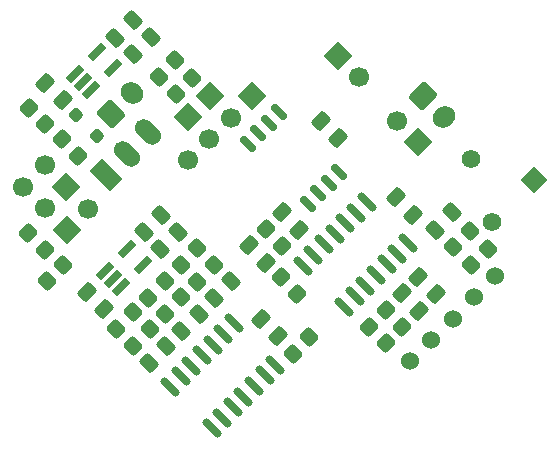
<source format=gbs>
G04 #@! TF.GenerationSoftware,KiCad,Pcbnew,(7.0.0)*
G04 #@! TF.CreationDate,2023-04-27T15:14:50-06:00*
G04 #@! TF.ProjectId,Fonocardiograma_V3C,466f6e6f-6361-4726-9469-6f6772616d61,rev?*
G04 #@! TF.SameCoordinates,Original*
G04 #@! TF.FileFunction,Soldermask,Bot*
G04 #@! TF.FilePolarity,Negative*
%FSLAX46Y46*%
G04 Gerber Fmt 4.6, Leading zero omitted, Abs format (unit mm)*
G04 Created by KiCad (PCBNEW (7.0.0)) date 2023-04-27 15:14:50*
%MOMM*%
%LPD*%
G01*
G04 APERTURE LIST*
G04 Aperture macros list*
%AMRoundRect*
0 Rectangle with rounded corners*
0 $1 Rounding radius*
0 $2 $3 $4 $5 $6 $7 $8 $9 X,Y pos of 4 corners*
0 Add a 4 corners polygon primitive as box body*
4,1,4,$2,$3,$4,$5,$6,$7,$8,$9,$2,$3,0*
0 Add four circle primitives for the rounded corners*
1,1,$1+$1,$2,$3*
1,1,$1+$1,$4,$5*
1,1,$1+$1,$6,$7*
1,1,$1+$1,$8,$9*
0 Add four rect primitives between the rounded corners*
20,1,$1+$1,$2,$3,$4,$5,0*
20,1,$1+$1,$4,$5,$6,$7,0*
20,1,$1+$1,$6,$7,$8,$9,0*
20,1,$1+$1,$8,$9,$2,$3,0*%
%AMHorizOval*
0 Thick line with rounded ends*
0 $1 width*
0 $2 $3 position (X,Y) of the first rounded end (center of the circle)*
0 $4 $5 position (X,Y) of the second rounded end (center of the circle)*
0 Add line between two ends*
20,1,$1,$2,$3,$4,$5,0*
0 Add two circle primitives to create the rounded ends*
1,1,$1,$2,$3*
1,1,$1,$4,$5*%
%AMRotRect*
0 Rectangle, with rotation*
0 The origin of the aperture is its center*
0 $1 length*
0 $2 width*
0 $3 Rotation angle, in degrees counterclockwise*
0 Add horizontal line*
21,1,$1,$2,0,0,$3*%
G04 Aperture macros list end*
%ADD10RotRect,1.700000X1.700000X45.000000*%
%ADD11HorizOval,1.700000X0.000000X0.000000X0.000000X0.000000X0*%
%ADD12RotRect,1.700000X1.700000X315.000000*%
%ADD13HorizOval,1.700000X0.000000X0.000000X0.000000X0.000000X0*%
%ADD14RoundRect,0.250000X-0.954594X-0.106066X-0.106066X-0.954594X0.954594X0.106066X0.106066X0.954594X0*%
%ADD15HorizOval,1.700000X-0.106066X-0.106066X0.106066X0.106066X0*%
%ADD16RotRect,1.700000X1.700000X225.000000*%
%ADD17HorizOval,1.700000X0.000000X0.000000X0.000000X0.000000X0*%
%ADD18RotRect,1.500000X2.500000X45.000000*%
%ADD19HorizOval,1.500000X-0.353553X0.353553X0.353553X-0.353553X0*%
%ADD20RotRect,1.700000X1.700000X135.000000*%
%ADD21RoundRect,0.250000X0.106066X-0.954594X0.954594X-0.106066X-0.106066X0.954594X-0.954594X0.106066X0*%
%ADD22HorizOval,1.700000X-0.106066X0.106066X0.106066X-0.106066X0*%
%ADD23HorizOval,1.700000X0.000000X0.000000X0.000000X0.000000X0*%
%ADD24C,1.524000*%
%ADD25C,1.560000*%
%ADD26RotRect,1.560000X1.560000X225.000000*%
%ADD27RotRect,1.560000X0.650000X45.000000*%
%ADD28RoundRect,0.250000X-0.070711X0.565685X-0.565685X0.070711X0.070711X-0.565685X0.565685X-0.070711X0*%
%ADD29RoundRect,0.150000X0.689429X-0.477297X-0.477297X0.689429X-0.689429X0.477297X0.477297X-0.689429X0*%
%ADD30RoundRect,0.250000X0.565685X0.070711X0.070711X0.565685X-0.565685X-0.070711X-0.070711X-0.565685X0*%
%ADD31RoundRect,0.250000X0.574524X0.097227X0.097227X0.574524X-0.574524X-0.097227X-0.097227X-0.574524X0*%
%ADD32RoundRect,0.250000X-0.574524X-0.097227X-0.097227X-0.574524X0.574524X0.097227X0.097227X0.574524X0*%
%ADD33RoundRect,0.150000X0.565685X-0.353553X-0.353553X0.565685X-0.565685X0.353553X0.353553X-0.565685X0*%
%ADD34RoundRect,0.250000X0.097227X-0.574524X0.574524X-0.097227X-0.097227X0.574524X-0.574524X0.097227X0*%
%ADD35RoundRect,0.250000X0.070711X-0.565685X0.565685X-0.070711X-0.070711X0.565685X-0.565685X0.070711X0*%
%ADD36RoundRect,0.250000X-0.097227X0.574524X-0.574524X0.097227X0.097227X-0.574524X0.574524X-0.097227X0*%
%ADD37RoundRect,0.250000X-0.565685X-0.070711X-0.070711X-0.565685X0.565685X0.070711X0.070711X0.565685X0*%
%ADD38RoundRect,0.250000X-0.353553X0.000000X0.000000X-0.353553X0.353553X0.000000X0.000000X0.353553X0*%
G04 APERTURE END LIST*
D10*
X83184999Y-65785999D03*
D11*
X84981050Y-63989948D03*
D12*
X106128548Y-51041438D03*
D13*
X107924599Y-52837489D03*
D14*
X113355639Y-54421594D03*
D15*
X115123405Y-56189360D03*
D12*
X98826005Y-54462993D03*
D13*
X97029954Y-56259044D03*
X95233903Y-58055095D03*
X93437851Y-59851147D03*
D16*
X83083122Y-62102999D03*
D17*
X81287071Y-63899050D03*
X81287071Y-60306948D03*
X79491020Y-62102999D03*
D18*
X86468948Y-61105050D03*
D19*
X88264999Y-59308999D03*
X90061050Y-57512948D03*
D20*
X95249999Y-54457599D03*
D21*
X86933594Y-55935361D03*
D22*
X88701360Y-54167593D03*
D20*
X112915561Y-58305561D03*
D23*
X111119510Y-56509510D03*
D24*
X112231898Y-76871103D03*
X114027949Y-75075052D03*
X115824000Y-73279000D03*
X117620052Y-71482949D03*
X119416103Y-69686898D03*
D20*
X93421199Y-56235599D03*
D25*
X119196153Y-65073687D03*
X117428386Y-59770386D03*
D26*
X122731686Y-61538152D03*
D27*
X85188156Y-53950345D03*
X84516405Y-53278593D03*
X83844653Y-52606842D03*
X85753842Y-50697653D03*
X87097345Y-52041156D03*
D28*
X118817107Y-67364893D03*
X117402893Y-68779107D03*
D29*
X112041077Y-66901923D03*
X111143052Y-67799949D03*
X110245026Y-68697975D03*
X109347000Y-69596000D03*
X108448975Y-70494026D03*
X107550949Y-71392052D03*
X106652923Y-72290077D03*
X103152745Y-68789899D03*
X104050770Y-67891873D03*
X104948796Y-66993847D03*
X105846822Y-66095822D03*
X106744847Y-65197796D03*
X107642873Y-64299770D03*
X108540899Y-63401745D03*
D30*
X111578107Y-73986107D03*
X110163893Y-72571893D03*
D31*
X106143623Y-57985223D03*
X104676377Y-56517977D03*
D32*
X84864377Y-71021377D03*
X86331623Y-72488623D03*
D29*
X100811766Y-77186412D03*
X99913741Y-78084438D03*
X99015715Y-78982464D03*
X98117689Y-79880489D03*
X97219664Y-80778515D03*
X96321638Y-81676541D03*
X95423612Y-82574566D03*
X91923434Y-79074388D03*
X92821459Y-78176362D03*
X93719485Y-77278336D03*
X94617511Y-76380311D03*
X95515536Y-75482285D03*
X96413562Y-74584259D03*
X97311588Y-73686234D03*
D33*
X106254623Y-60888546D03*
X105356597Y-61786572D03*
X104458572Y-62684597D03*
X103560546Y-63582623D03*
X98469377Y-58491454D03*
X99367403Y-57593428D03*
X100265428Y-56695403D03*
X101163454Y-55797377D03*
D27*
X87732249Y-70608652D03*
X87060498Y-69936900D03*
X86388746Y-69265149D03*
X88297935Y-67355960D03*
X89641438Y-68699463D03*
D30*
X81352107Y-56841107D03*
X79937893Y-55426893D03*
D34*
X91091936Y-67388990D03*
X92559182Y-65921744D03*
D35*
X92383893Y-54301107D03*
X93798107Y-52886893D03*
X90051186Y-71492814D03*
X91465400Y-70078600D03*
D30*
X84146107Y-59508107D03*
X82731893Y-58093893D03*
D36*
X94333739Y-72849061D03*
X92866493Y-74316307D03*
D31*
X112493623Y-64487623D03*
X111026377Y-63020377D03*
X113001623Y-72615623D03*
X111534377Y-71148377D03*
D28*
X90170000Y-74168000D03*
X88755786Y-75582214D03*
D32*
X98580377Y-67084377D03*
X100047623Y-68551623D03*
D28*
X95605600Y-68732400D03*
X94191386Y-70146614D03*
X92862400Y-71475600D03*
X91448186Y-72889814D03*
D30*
X110181107Y-75383107D03*
X108766893Y-73968893D03*
D34*
X88744623Y-48034377D03*
X87277377Y-49501623D03*
D31*
X114398157Y-71218157D03*
X112930911Y-69750911D03*
D36*
X115795623Y-64290377D03*
X114328377Y-65757623D03*
D34*
X88801377Y-50898623D03*
X90268623Y-49431377D03*
X89666093Y-65934307D03*
X91133339Y-64467061D03*
D31*
X101063623Y-74774623D03*
X99596377Y-73307377D03*
D36*
X91596493Y-75586307D03*
X90129247Y-77053553D03*
X97071730Y-70085670D03*
X95604484Y-71552916D03*
D35*
X87337479Y-74155721D03*
X88751693Y-72741507D03*
D37*
X101418107Y-67128107D03*
X100003893Y-65713893D03*
D35*
X92815693Y-68728307D03*
X94229907Y-67314093D03*
D32*
X101374377Y-64290377D03*
X102841623Y-65757623D03*
D35*
X81461893Y-70125307D03*
X82876107Y-68711093D03*
X103704107Y-74857893D03*
X102289893Y-76272107D03*
X90936093Y-52827907D03*
X92350307Y-51413693D03*
D30*
X81326707Y-67458307D03*
X79912493Y-66044093D03*
D35*
X115878893Y-67255107D03*
X117293107Y-65840893D03*
D30*
X102688107Y-71192107D03*
X101273893Y-69777893D03*
D38*
X83977517Y-56012117D03*
X85745283Y-57779883D03*
D31*
X81359177Y-53342977D03*
X82826423Y-54810223D03*
M02*

</source>
